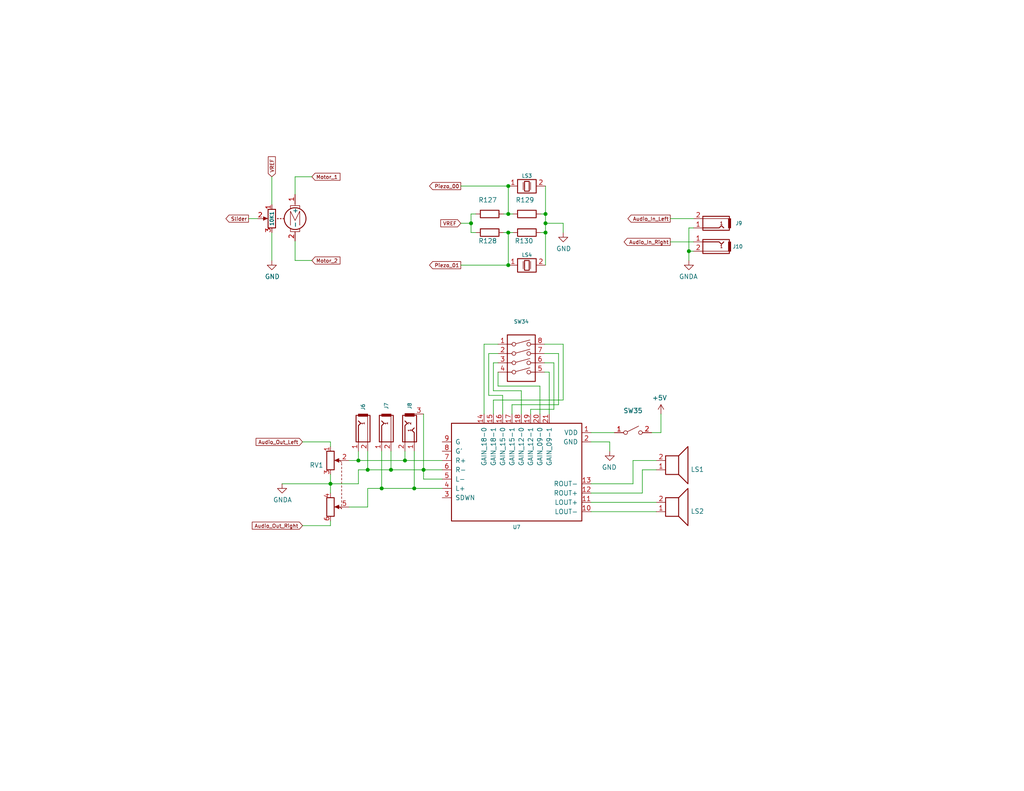
<source format=kicad_sch>
(kicad_sch (version 20211123) (generator eeschema)
  (paper "USLetter")
  (title_block (title "Drum Machine") (date "2018-06-15") (rev "V00") (company "Prototype Engineering Studio LLC"))
  (lib_symbols
    (symbol "Drum_Machine_V00-rescue:Adafruit_Amplifier_Max_98306-Drum_Machine_V01" (pin_names (offset 1.016))
      (property "Reference" "U" (at 12.7 15.24 0))
      (property "Value" "Adafruit_Amplifier_Max_98306-Drum_Machine_V01" (at 0 -13.97 0))
      (symbol "Adafruit_Amplifier_Max_98306-Drum_Machine_V01_0_1"
        (rectangle (start 17.78 -12.7) (end -17.78 13.97) (stroke (width 0.254)))
      )
      (symbol "Adafruit_Amplifier_Max_98306-Drum_Machine_V01_1_1"
        (pin input line (at 20.32 11.43 180) (length 2.54) (name "VDD") (number "1"))
        (pin input line (at 20.32 -10.16 180) (length 2.54) (name "LOUT-") (number "10"))
        (pin input line (at 20.32 -7.62 180) (length 2.54) (name "LOUT+") (number "11"))
        (pin input line (at 20.32 -5.08 180) (length 2.54) (name "ROUT+") (number "12"))
        (pin input line (at 20.32 -2.54 180) (length 2.54) (name "ROUT-") (number "13"))
        (pin input line (at -8.89 16.51 270) (length 2.54) (name "GAIN_18-0") (number "14"))
        (pin input line (at -6.35 16.51 270) (length 2.54) (name "GAIN_18-1") (number "15"))
        (pin input line (at -3.81 16.51 270) (length 2.54) (name "GAIN_15-0") (number "16"))
        (pin input line (at -1.27 16.51 270) (length 2.54) (name "GAIN_15-1") (number "17"))
        (pin input line (at 1.27 16.51 270) (length 2.54) (name "GAIN_12-0") (number "18"))
        (pin input line (at 3.81 16.51 270) (length 2.54) (name "GAIN_12-1") (number "19"))
        (pin input line (at 20.32 8.89 180) (length 2.54) (name "GND") (number "2"))
        (pin input line (at 6.35 16.51 270) (length 2.54) (name "GAIN_09-0") (number "20"))
        (pin input line (at 8.89 16.51 270) (length 2.54) (name "GAIN_09-1") (number "21"))
        (pin input line (at -20.32 -6.35 0) (length 2.54) (name "SDWN") (number "3"))
        (pin input line (at -20.32 -3.81 0) (length 2.54) (name "L+") (number "4"))
        (pin input line (at -20.32 -1.27 0) (length 2.54) (name "L-") (number "5"))
        (pin input line (at -20.32 1.27 0) (length 2.54) (name "R-") (number "6"))
        (pin input line (at -20.32 3.81 0) (length 2.54) (name "R+") (number "7"))
        (pin input line (at -20.32 6.35 0) (length 2.54) (name "G'") (number "8"))
        (pin input line (at -20.32 8.89 0) (length 2.54) (name "G") (number "9"))
      )
    )
    (symbol "Drum_Machine_V00-rescue:Audio-Jack-2-Drum_Machine_V01" (pin_names (offset 1.016))
      (property "Reference" "J" (at 0 3.81 0))
      (property "Value" "Audio-Jack-2-Drum_Machine_V01" (at 1.27 -3.81 0))
      (symbol "Audio-Jack-2-Drum_Machine_V01_1_0"
        (text "1" (at -1.27 0 0) (effects (font (size 0.762 0.762))))
      )
      (symbol "Audio-Jack-2-Drum_Machine_V01_1_1"
        (rectangle (start -3.429 1.905) (end 3.81 -1.905) (stroke (width 0.254)))
        (rectangle (start -3.175 -1.27) (end -3.81 1.27) (fill (type outline)))
        (polyline (pts (xy 3.81 -1.27) (xy -3.81 -1.27)))
        (polyline (pts (xy 3.81 1.27) (xy -0.635 1.27) (xy -1.27 0.635) (xy -1.905 1.27)) (stroke (width 0.254)))
        (pin passive line (at 6.35 1.27 180) (length 2.54) (name "~") (number "1"))
        (pin passive line (at 6.35 -1.27 180) (length 2.54) (name "~") (number "2"))
      )
    )
    (symbol "Drum_Machine_V00-rescue:Audio-Jack-3-Drum_Machine_V01" (pin_names (offset 1.016))
      (property "Reference" "J" (at 0 3.81 0))
      (property "Value" "Audio-Jack-3-Drum_Machine_V01" (at 3.81 -3.81 0))
      (symbol "Audio-Jack-3-Drum_Machine_V01_1_0"
        (text "1" (at 0.635 0 0) (effects (font (size 0.762 0.762))))
        (text "2" (at -1.27 0 0) (effects (font (size 0.762 0.762))))
      )
      (symbol "Audio-Jack-3-Drum_Machine_V01_1_1"
        (rectangle (start -3.429 1.905) (end 3.81 -1.905) (stroke (width 0.254)))
        (rectangle (start -3.175 -1.27) (end -3.937 1.27) (fill (type outline)))
        (polyline (pts (xy 0 -1.27) (xy 0.635 -0.635) (xy 1.27 -1.27) (xy 3.81 -1.27)) (stroke (width 0.254)))
        (polyline (pts (xy 3.81 1.27) (xy -0.635 1.27) (xy -1.27 0.635) (xy -1.905 1.27)) (stroke (width 0.254)))
        (pin passive line (at 6.35 -1.27 180) (length 2.54) (name "~") (number "1"))
        (pin passive line (at 6.35 1.27 180) (length 2.54) (name "~") (number "2"))
        (pin passive line (at -3.81 -3.81 90) (length 2.54) (name "~") (number "3"))
      )
    )
    (symbol "Drum_Machine_V00-rescue:DipSwitch_4-Drum_Machine_V01" (pin_names (offset 1.016))
      (property "Reference" "SW" (at 0 7.62 0))
      (property "Value" "DipSwitch_4-Drum_Machine_V01" (at 0 -7.62 0))
      (symbol "DipSwitch_4-Drum_Machine_V01_1_0"
        (circle (center -2.032 -3.81) (radius 0.508))
        (circle (center -2.032 -1.27) (radius 0.508))
        (circle (center -2.032 1.27) (radius 0.508))
        (circle (center -2.032 3.81) (radius 0.508))
        (polyline (pts (xy -1.524 -3.6576) (xy 2.3622 -2.6162)))
        (polyline (pts (xy -1.524 -1.143) (xy 2.3622 -0.1016)))
        (polyline (pts (xy -1.524 1.397) (xy 2.3622 2.4384)))
        (polyline (pts (xy -1.524 3.937) (xy 2.3622 4.9784)))
        (circle (center 2.032 -3.81) (radius 0.508))
        (circle (center 2.032 -1.27) (radius 0.508))
        (circle (center 2.032 1.27) (radius 0.508))
        (circle (center 2.032 3.81) (radius 0.508))
      )
      (symbol "DipSwitch_4-Drum_Machine_V01_1_1"
        (rectangle (start -3.81 6.35) (end 3.81 -6.35) (stroke (width 0.254)))
        (polyline (pts (xy -3.81 -3.81) (xy -2.54 -3.81)) (stroke (width 0.1778)))
        (polyline (pts (xy -3.81 -1.27) (xy -2.54 -1.27)) (stroke (width 0.1778)))
        (polyline (pts (xy -3.81 1.27) (xy -2.54 1.27)) (stroke (width 0.1778)))
        (polyline (pts (xy -3.81 3.81) (xy -2.54 3.81)) (stroke (width 0.1778)))
        (polyline (pts (xy 2.54 -3.81) (xy 3.81 -3.81)) (stroke (width 0.1778)))
        (polyline (pts (xy 2.54 -1.27) (xy 3.81 -1.27)) (stroke (width 0.1778)))
        (polyline (pts (xy 2.54 1.27) (xy 3.81 1.27)) (stroke (width 0.1778)))
        (polyline (pts (xy 2.54 3.81) (xy 3.81 3.81)) (stroke (width 0.1778)))
        (pin passive line (at -6.35 3.81 0) (length 2.4892) (name "~") (number "1"))
        (pin passive line (at -6.35 1.27 0) (length 2.4892) (name "~") (number "2"))
        (pin passive line (at -6.35 -1.27 0) (length 2.4892) (name "~") (number "3"))
        (pin passive line (at -6.35 -3.81 0) (length 2.4892) (name "~") (number "4"))
        (pin passive line (at 6.35 -3.81 180) (length 2.4892) (name "~") (number "5"))
        (pin passive line (at 6.35 -1.27 180) (length 2.4892) (name "~") (number "6"))
        (pin passive line (at 6.35 1.27 180) (length 2.4892) (name "~") (number "7"))
        (pin passive line (at 6.35 3.81 180) (length 2.4892) (name "~") (number "8"))
      )
    )
    (symbol "Drum_Machine_V00-rescue:Motorized_Potentiometer-Drum_Machine_V01" (pin_names (offset 1.016))
      (property "Reference" "R" (at 0 -13.716 0))
      (property "Value" "Motorized_Potentiometer-Drum_Machine_V01" (at 0.762 8.636 0))
      (symbol "Motorized_Potentiometer-Drum_Machine_V01_0_1"
        (polyline (pts (xy 0 -0.762) (xy 0 -1.016)) (stroke (width 0.254)))
        (polyline (pts (xy 0 0) (xy 0 -0.254)) (stroke (width 0.254)))
      )
      (symbol "Motorized_Potentiometer-Drum_Machine_V01_1_0"
        (polyline (pts (xy -2.794 5.08) (xy -3.556 5.08) (xy -3.556 2.54) (xy -2.794 2.54)))
        (polyline (pts (xy 2.794 5.08) (xy 3.556 5.08) (xy 3.556 2.54) (xy 2.794 2.54)))
        (polyline (pts (xy -1.778 5.08) (xy 2.032 5.08) (xy -0.508 3.81) (xy 2.032 2.54) (xy -1.778 2.54)))
        (circle (center 0 3.81) (radius 2.9718) (stroke (width 0.254)))
      )
      (symbol "Motorized_Potentiometer-Drum_Machine_V01_1_1"
        (polyline (pts (xy 0 -5.08) (xy 0 -4.064)))
        (polyline (pts (xy 0 0.762) (xy 0 0.508)) (stroke (width 0.254)))
        (polyline (pts (xy 3.556 3.81) (xy 4.064 3.81)))
        (polyline (pts (xy 0 -3.683) (xy 0.508 -4.826) (xy -0.508 -4.826)) (fill (type outline)))
        (rectangle (start 2.54 -3.556) (end -2.54 -1.524) (stroke (width 0.254)))
        (pin passive line (at 6.604 3.81 180) (length 2.54) (name "+") (number "1"))
        (pin passive line (at 3.81 -2.54 180) (length 1.27) (name "~") (number "1"))
        (pin passive line (at -6.096 3.81 0) (length 2.54) (name "-") (number "2"))
        (pin passive line (at 0 -6.35 90) (length 1.27) (name "~") (number "2"))
        (pin passive line (at -3.81 -2.54 0) (length 1.27) (name "~") (number "3"))
      )
    )
    (symbol "Drum_Machine_V00-rescue:POT_Dual-device" (pin_names (offset 1.016) hide)
      (property "Reference" "RV" (at 0 3.81 0))
      (property "Value" "POT_Dual-device" (at 0 1.905 0))
      (symbol "POT_Dual-device_0_1"
        (rectangle (start -8.89 -1.524) (end -3.81 -3.556) (stroke (width 0.254)))
        (polyline (pts (xy -6.35 0) (xy -6.35 -1.016)))
        (polyline (pts (xy -6.35 0) (xy -6.35 -1.016)))
        (polyline (pts (xy -6.35 0) (xy -5.842 0.508)))
        (polyline (pts (xy -5.588 0.508) (xy -5.08 0.508)))
        (polyline (pts (xy -4.572 0.508) (xy -4.064 0.508)))
        (polyline (pts (xy -3.556 0.508) (xy -3.048 0.508)))
        (polyline (pts (xy -2.54 0.508) (xy -2.032 0.508)))
        (polyline (pts (xy -1.524 0.508) (xy -1.016 0.508)))
        (polyline (pts (xy -0.508 0.508) (xy 0 0.508)))
        (polyline (pts (xy 0.508 0.508) (xy 1.016 0.508)))
        (polyline (pts (xy 1.524 0.508) (xy 2.032 0.508)))
        (polyline (pts (xy 2.54 0.508) (xy 3.048 0.508)))
        (polyline (pts (xy 3.556 0.508) (xy 4.064 0.508)))
        (polyline (pts (xy 4.572 0.508) (xy 5.08 0.508)))
        (polyline (pts (xy 5.588 0.508) (xy 6.096 0.508)))
        (polyline (pts (xy 6.35 0) (xy 6.35 -1.016)))
        (polyline (pts (xy 6.35 0) (xy 6.35 -1.016)))
        (polyline (pts (xy -6.35 -1.397) (xy -6.858 -0.254) (xy -5.842 -0.254)) (fill (type outline)))
        (polyline (pts (xy -6.35 -1.397) (xy -6.858 -0.254) (xy -5.842 -0.254)) (fill (type outline)))
        (polyline (pts (xy 6.35 -1.397) (xy 5.842 -0.254) (xy 6.858 -0.254)) (fill (type outline)))
        (polyline (pts (xy 6.35 -1.397) (xy 5.842 -0.254) (xy 6.858 -0.254)) (fill (type outline)))
        (polyline (pts (xy 6.604 0.508) (xy 6.858 0.508) (xy 6.35 0)))
        (rectangle (start 3.81 -1.524) (end 8.89 -3.556) (stroke (width 0.254)))
      )
      (symbol "POT_Dual-device_1_1"
        (pin passive line (at -10.16 -2.54 0) (length 1.27) (name "1") (number "1"))
        (pin passive line (at -6.35 2.54 270) (length 2.54) (name "2") (number "2"))
        (pin passive line (at -2.54 -2.54 180) (length 1.27) (name "3") (number "3"))
        (pin passive line (at 2.54 -2.54 0) (length 1.27) (name "4") (number "4"))
        (pin passive line (at 6.35 2.54 270) (length 2.54) (name "5") (number "5"))
        (pin passive line (at 10.16 -2.54 180) (length 1.27) (name "6") (number "6"))
      )
    )
    (symbol "Drum_Machine_V00-rescue:Piezo-Drum_Machine_V01" (pin_names (offset 1.016))
      (property "Reference" "LS" (at 0 3.81 0))
      (property "Value" "Piezo-Drum_Machine_V01" (at -0.127 -3.937 0))
      (symbol "Piezo-Drum_Machine_V01_1_0"
        (rectangle (start -2.54 -1.905) (end 2.54 1.778) (stroke (width 0.254)))
        (rectangle (start -0.635 -1.397) (end 0.635 1.27) (stroke (width 0.254)))
        (polyline (pts (xy -1.016 -1.016) (xy -1.016 1.016)))
        (polyline (pts (xy -0.635 -0.254) (xy -0.635 0.508)))
        (polyline (pts (xy 1.016 -1.016) (xy 1.016 1.016)))
      )
      (symbol "Piezo-Drum_Machine_V01_1_1"
        (pin input line (at -5.08 0 0) (length 2.54) (name "~") (number "1"))
        (pin input line (at 5.08 0 180) (length 2.54) (name "~") (number "2"))
      )
    )
    (symbol "Drum_Machine_V00-rescue:R-device" (pin_numbers hide) (pin_names (offset 0))
      (property "Reference" "R" (at 2.032 0 90))
      (property "Value" "R-device" (at 0 0 90))
      (symbol "R-device_0_1"
        (rectangle (start -1.016 -2.54) (end 1.016 2.54) (stroke (width 0.254)))
      )
      (symbol "R-device_1_1"
        (pin passive line (at 0 3.81 270) (length 1.27) (name "~") (number "1"))
        (pin passive line (at 0 -3.81 90) (length 1.27) (name "~") (number "2"))
      )
    )
    (symbol "Drum_Machine_V00-rescue:SW_SPST-switches" (pin_names (offset 0) hide)
      (property "Reference" "SW" (at 0 3.175 0))
      (property "Value" "SW_SPST-switches" (at 0 -2.54 0))
      (symbol "SW_SPST-switches_0_0"
        (circle (center -2.032 0) (radius 0.508))
        (polyline (pts (xy -1.524 0.254) (xy 1.524 1.778)))
        (circle (center 2.032 0) (radius 0.508))
      )
      (symbol "SW_SPST-switches_1_1"
        (pin passive line (at -5.08 0 0) (length 2.54) (name "A") (number "1"))
        (pin passive line (at 5.08 0 180) (length 2.54) (name "B") (number "2"))
      )
    )
    (symbol "Drum_Machine_V00-rescue:Speaker-device" (pin_names (offset 0) hide)
      (property "Reference" "LS" (at 1.27 5.715 0))
      (property "Value" "Speaker-device" (at 1.27 3.81 0))
      (symbol "Speaker-device_0_0"
        (rectangle (start -2.54 1.27) (end 1.016 -3.81) (stroke (width 0.254)))
        (polyline (pts (xy 1.016 1.27) (xy 3.556 3.81) (xy 3.556 -6.35) (xy 1.016 -3.81)) (stroke (width 0.254)))
      )
      (symbol "Speaker-device_1_1"
        (pin input line (at -5.08 0 0) (length 2.54) (name "1") (number "1"))
        (pin input line (at -5.08 -2.54 0) (length 2.54) (name "2") (number "2"))
      )
    )
    (symbol "power:+5V" (power) (pin_names (offset 0))
      (property "Value" "+5V" (at 0 3.556 0))
      (symbol "+5V_0_1"
        (polyline (pts (xy -0.762 1.27) (xy 0 2.54)))
        (polyline (pts (xy 0 0) (xy 0 2.54)))
        (polyline (pts (xy 0 2.54) (xy 0.762 1.27)))
      )
      (symbol "+5V_1_1"
        (pin power_in line (at 0 0 90) (length 0) hide (name "+5V") (number "1"))
      )
    )
    (symbol "power:GND" (power) (pin_names (offset 0))
      (property "Value" "GND" (at 0 -3.81 0))
      (symbol "GND_0_1"
        (polyline (pts (xy 0 0) (xy 0 -1.27) (xy 1.27 -1.27) (xy 0 -2.54) (xy -1.27 -1.27) (xy 0 -1.27)))
      )
      (symbol "GND_1_1"
        (pin power_in line (at 0 0 270) (length 0) hide (name "GND") (number "1"))
      )
    )
    (symbol "power:GNDA" (power) (pin_names (offset 0))
      (property "Value" "GNDA" (at 0 -3.81 0))
      (symbol "GNDA_0_1"
        (polyline (pts (xy 0 0) (xy 0 -1.27) (xy 1.27 -1.27) (xy 0 -2.54) (xy -1.27 -1.27) (xy 0 -1.27)))
      )
      (symbol "GNDA_1_1"
        (pin power_in line (at 0 0 270) (length 0) hide (name "GNDA") (number "1"))
      )
    )
  )
  (junction (at 106.68 128.27))
  (junction (at 138.684 63.5))
  (junction (at 113.03 133.35))
  (junction (at 97.79 125.73))
  (junction (at 128.524 60.96))
  (junction (at 187.96 68.58))
  (junction (at 148.844 60.96))
  (junction (at 100.33 128.27))
  (junction (at 138.684 50.8))
  (junction (at 104.14 133.35))
  (junction (at 90.17 132.08))
  (junction (at 148.844 63.5))
  (junction (at 138.684 58.42))
  (junction (at 110.49 125.73))
  (junction (at 148.844 58.42))
  (junction (at 115.57 128.27))
  (junction (at 138.684 72.39))
  (wire (pts (xy 133.35 96.52) (xy 135.89 96.52)))
  (wire (pts (xy 104.14 123.19) (xy 104.14 133.35)))
  (wire (pts (xy 137.16 113.03) (xy 137.16 107.95)))
  (wire (pts (xy 110.49 125.73) (xy 120.65 125.73)))
  (wire (pts (xy 147.574 63.5) (xy 148.844 63.5)))
  (wire (pts (xy 80.518 71.12) (xy 80.518 65.786)))
  (wire (pts (xy 147.32 105.41) (xy 135.89 105.41)))
  (wire (pts (xy 90.17 142.24) (xy 90.17 143.51)))
  (wire (pts (xy 137.16 107.95) (xy 133.35 107.95)))
  (wire (pts (xy 148.844 63.5) (xy 148.844 72.39)))
  (wire (pts (xy 153.67 60.96) (xy 148.844 60.96)))
  (wire (pts (xy 113.03 123.19) (xy 113.03 133.35)))
  (wire (pts (xy 166.37 120.65) (xy 161.29 120.65)))
  (wire (pts (xy 85.09 48.26) (xy 80.518 48.26)))
  (wire (pts (xy 90.17 132.08) (xy 90.17 129.54)))
  (wire (pts (xy 90.17 120.65) (xy 82.55 120.65)))
  (wire (pts (xy 148.844 60.96) (xy 148.844 63.5)))
  (wire (pts (xy 137.414 63.5) (xy 138.684 63.5)))
  (wire (pts (xy 115.57 128.27) (xy 115.57 130.81)))
  (wire (pts (xy 172.72 125.73) (xy 172.72 132.08)))
  (wire (pts (xy 70.358 59.69) (xy 67.818 59.69)))
  (wire (pts (xy 144.78 111.76) (xy 151.13 111.76)))
  (wire (pts (xy 187.96 68.58) (xy 189.23 68.58)))
  (wire (pts (xy 138.684 63.5) (xy 139.954 63.5)))
  (wire (pts (xy 135.89 105.41) (xy 135.89 101.6)))
  (wire (pts (xy 189.23 62.23) (xy 187.96 62.23)))
  (wire (pts (xy 97.79 123.19) (xy 97.79 125.73)))
  (wire (pts (xy 172.72 125.73) (xy 179.07 125.73)))
  (wire (pts (xy 153.67 93.98) (xy 148.59 93.98)))
  (wire (pts (xy 120.65 128.27) (xy 115.57 128.27)))
  (wire (pts (xy 149.86 113.03) (xy 149.86 101.6)))
  (wire (pts (xy 115.57 113.03) (xy 115.57 128.27)))
  (wire (pts (xy 153.67 63.5) (xy 153.67 60.96)))
  (wire (pts (xy 95.25 138.43) (xy 100.33 138.43)))
  (wire (pts (xy 100.33 138.43) (xy 100.33 133.35)))
  (wire (pts (xy 90.17 132.08) (xy 97.79 132.08)))
  (wire (pts (xy 110.49 123.19) (xy 110.49 125.73)))
  (wire (pts (xy 177.8 118.11) (xy 180.34 118.11)))
  (wire (pts (xy 85.09 71.12) (xy 80.518 71.12)))
  (wire (pts (xy 149.86 101.6) (xy 148.59 101.6)))
  (wire (pts (xy 104.14 133.35) (xy 113.03 133.35)))
  (wire (pts (xy 90.17 134.62) (xy 90.17 132.08)))
  (wire (pts (xy 76.962 132.08) (xy 90.17 132.08)))
  (wire (pts (xy 148.844 58.42) (xy 148.844 60.96)))
  (wire (pts (xy 95.25 125.73) (xy 97.79 125.73)))
  (wire (pts (xy 144.78 113.03) (xy 144.78 111.76)))
  (wire (pts (xy 74.168 63.5) (xy 74.168 71.12)))
  (wire (pts (xy 187.96 68.58) (xy 187.96 71.12)))
  (wire (pts (xy 100.33 128.27) (xy 106.68 128.27)))
  (wire (pts (xy 175.26 128.27) (xy 179.07 128.27)))
  (wire (pts (xy 142.24 113.03) (xy 142.24 106.68)))
  (wire (pts (xy 100.33 133.35) (xy 104.14 133.35)))
  (wire (pts (xy 151.13 111.76) (xy 151.13 99.06)))
  (wire (pts (xy 138.684 58.42) (xy 137.414 58.42)))
  (wire (pts (xy 128.524 60.96) (xy 128.524 63.5)))
  (wire (pts (xy 128.524 58.42) (xy 128.524 60.96)))
  (wire (pts (xy 175.26 128.27) (xy 175.26 134.62)))
  (wire (pts (xy 138.684 72.39) (xy 125.73 72.39)))
  (wire (pts (xy 97.79 132.08) (xy 97.79 128.27)))
  (wire (pts (xy 134.62 113.03) (xy 134.62 109.22)))
  (wire (pts (xy 189.23 59.69) (xy 182.88 59.69)))
  (wire (pts (xy 153.67 109.22) (xy 153.67 93.98)))
  (wire (pts (xy 128.524 63.5) (xy 129.794 63.5)))
  (wire (pts (xy 90.17 121.92) (xy 90.17 120.65)))
  (wire (pts (xy 138.684 72.39) (xy 138.684 63.5)))
  (wire (pts (xy 138.684 50.8) (xy 138.684 58.42)))
  (wire (pts (xy 139.7 113.03) (xy 139.7 110.49)))
  (wire (pts (xy 134.62 99.06) (xy 135.89 99.06)))
  (wire (pts (xy 161.29 137.16) (xy 179.07 137.16)))
  (wire (pts (xy 161.29 134.62) (xy 175.26 134.62)))
  (wire (pts (xy 120.65 130.81) (xy 115.57 130.81)))
  (wire (pts (xy 106.68 128.27) (xy 106.68 123.19)))
  (wire (pts (xy 138.684 50.8) (xy 125.73 50.8)))
  (wire (pts (xy 133.35 107.95) (xy 133.35 96.52)))
  (wire (pts (xy 147.32 113.03) (xy 147.32 105.41)))
  (wire (pts (xy 74.168 48.26) (xy 74.168 55.88)))
  (wire (pts (xy 113.03 133.35) (xy 120.65 133.35)))
  (wire (pts (xy 100.33 128.27) (xy 97.79 128.27)))
  (wire (pts (xy 161.29 132.08) (xy 172.72 132.08)))
  (wire (pts (xy 139.954 58.42) (xy 138.684 58.42)))
  (wire (pts (xy 132.08 93.98) (xy 135.89 93.98)))
  (wire (pts (xy 151.13 99.06) (xy 148.59 99.06)))
  (wire (pts (xy 147.574 58.42) (xy 148.844 58.42)))
  (wire (pts (xy 189.23 66.04) (xy 182.88 66.04)))
  (wire (pts (xy 106.68 128.27) (xy 115.57 128.27)))
  (wire (pts (xy 139.7 110.49) (xy 152.4 110.49)))
  (wire (pts (xy 134.62 109.22) (xy 153.67 109.22)))
  (wire (pts (xy 100.33 123.19) (xy 100.33 128.27)))
  (wire (pts (xy 180.34 113.03) (xy 180.34 118.11)))
  (wire (pts (xy 148.844 50.8) (xy 148.844 58.42)))
  (wire (pts (xy 80.518 53.086) (xy 80.518 48.26)))
  (wire (pts (xy 142.24 106.68) (xy 134.62 106.68)))
  (wire (pts (xy 187.96 62.23) (xy 187.96 68.58)))
  (wire (pts (xy 161.29 118.11) (xy 167.64 118.11)))
  (wire (pts (xy 152.4 96.52) (xy 148.59 96.52)))
  (wire (pts (xy 152.4 110.49) (xy 152.4 96.52)))
  (wire (pts (xy 110.49 125.73) (xy 97.79 125.73)))
  (wire (pts (xy 161.29 139.7) (xy 179.07 139.7)))
  (wire (pts (xy 134.62 106.68) (xy 134.62 99.06)))
  (wire (pts (xy 90.17 143.51) (xy 82.55 143.51)))
  (wire (pts (xy 128.524 60.96) (xy 125.73 60.96)))
  (wire (pts (xy 132.08 113.03) (xy 132.08 93.98)))
  (wire (pts (xy 166.37 120.65) (xy 166.37 123.19)))
  (wire (pts (xy 129.794 58.42) (xy 128.524 58.42)))
  (global_label "VREF" (shape input) (at 125.73 60.96 180) (effects (font (size 0.9906 0.9906))) (property "Intersheet References" "${INTERSHEET_REFS}" (effects hide)))
  (global_label "VREF" (shape input) (at 74.168 48.26 90) (effects (font (size 0.9906 0.9906))) (property "Intersheet References" "${INTERSHEET_REFS}" (effects hide)))
  (global_label "Piezo_00" (shape output) (at 125.73 50.8 180) (effects (font (size 0.9906 0.9906))) (property "Intersheet References" "${INTERSHEET_REFS}" (effects hide)))
  (global_label "Audio_Out_Left" (shape input) (at 82.55 120.65 180) (effects (font (size 0.9906 0.9906))) (property "Intersheet References" "${INTERSHEET_REFS}" (effects hide)))
  (global_label "Audio_Out_Right" (shape input) (at 82.55 143.51 180) (effects (font (size 0.9906 0.9906))) (property "Intersheet References" "${INTERSHEET_REFS}" (effects hide)))
  (global_label "Piezo_01" (shape output) (at 125.73 72.39 180) (effects (font (size 0.9906 0.9906))) (property "Intersheet References" "${INTERSHEET_REFS}" (effects hide)))
  (global_label "Slider" (shape output) (at 67.818 59.69 180) (effects (font (size 0.9906 0.9906))) (property "Intersheet References" "${INTERSHEET_REFS}" (effects hide)))
  (global_label "Motor_1" (shape input) (at 85.09 48.26 0) (effects (font (size 0.9906 0.9906))) (property "Intersheet References" "${INTERSHEET_REFS}" (effects hide)))
  (global_label "Audio_In_Right" (shape output) (at 182.88 66.04 180) (effects (font (size 0.9906 0.9906))) (property "Intersheet References" "${INTERSHEET_REFS}" (effects hide)))
  (global_label "Motor_2" (shape input) (at 85.09 71.12 0) (effects (font (size 0.9906 0.9906))) (property "Intersheet References" "${INTERSHEET_REFS}" (effects hide)))
  (global_label "Audio_In_Left" (shape output) (at 182.88 59.69 180) (effects (font (size 0.9906 0.9906))) (property "Intersheet References" "${INTERSHEET_REFS}" (effects hide)))
  (symbol (lib_id "Drum_Machine_V00-rescue:Motorized_Potentiometer-Drum_Machine_V01") (at 76.708 59.69 270) (mirror x) (unit 1)
    (property "Reference" "10K1" (at 74.168 59.69 0) (effects (font (size 0.9906 0.9906))))
  )
  (symbol (lib_id "Drum_Machine_V00-rescue:Piezo-Drum_Machine_V01") (at 143.764 50.8 0) (unit 1)
    (property "Reference" "LS3" (at 143.764 48.006 0) (effects (font (size 0.9906 0.9906))))
  )
  (symbol (lib_id "Drum_Machine_V00-rescue:Piezo-Drum_Machine_V01") (at 143.764 72.39 0) (unit 1)
    (property "Reference" "LS4" (at 143.764 69.596 0) (effects (font (size 0.9906 0.9906))))
  )
  (symbol (lib_id "Drum_Machine_V00-rescue:R-device") (at 133.604 58.42 90) (unit 1)
    (property "Reference" "R127" (at 135.636 54.61 90) (effects (justify left)))
  )
  (symbol (lib_id "Drum_Machine_V00-rescue:R-device") (at 133.604 63.5 90) (unit 1)
    (property "Reference" "R128" (at 135.636 65.786 90) (effects (justify left)))
  )
  (symbol (lib_id "Drum_Machine_V00-rescue:R-device") (at 143.764 58.42 90) (unit 1)
    (property "Reference" "R129" (at 145.796 54.61 90) (effects (justify left)))
  )
  (symbol (lib_id "Drum_Machine_V00-rescue:R-device") (at 143.764 63.5 90) (unit 1)
    (property "Reference" "R130" (at 145.542 65.786 90) (effects (justify left)))
  )
  (symbol (lib_id "Drum_Machine_V00-rescue:POT_Dual-device") (at 92.71 132.08 270) (unit 1)
    (property "Reference" "RV1" (at 86.36 127 90))
  )
  (symbol (lib_id "power:GND") (at 166.37 123.19 0) (mirror y) (unit 1)
    (property "Reference" "#PWR0114" (effects hide))
  )
  (symbol (lib_id "power:+5V") (at 180.34 113.03 0) (mirror y) (unit 1)
    (property "Reference" "#PWR0115" (effects hide))
  )
  (symbol (lib_id "Drum_Machine_V00-rescue:Speaker-device") (at 184.15 139.7 0) (mirror x) (unit 1)
    (property "Reference" "LS2" (at 188.4426 139.5984 0) (effects (justify left)))
  )
  (symbol (lib_id "Drum_Machine_V00-rescue:Speaker-device") (at 184.15 128.27 0) (mirror x) (unit 1)
    (property "Reference" "LS1" (at 188.4426 128.1684 0) (effects (justify left)))
  )
  (symbol (lib_id "Drum_Machine_V00-rescue:Audio-Jack-2-Drum_Machine_V01") (at 105.41 116.84 90) (mirror x) (unit 1)
    (property "Reference" "J7" (at 105.41 111.76 0) (effects (font (size 0.9906 0.9906)) (justify right)))
  )
  (symbol (lib_id "Drum_Machine_V00-rescue:Audio-Jack-2-Drum_Machine_V01") (at 99.06 116.84 90) (mirror x) (unit 1)
    (property "Reference" "J6" (at 99.06 111.125 0) (effects (font (size 0.9906 0.9906))))
  )
  (symbol (lib_id "Drum_Machine_V00-rescue:SW_SPST-switches") (at 172.72 118.11 0) (unit 1)
    (property "Reference" "SW35" (at 172.72 112.141 0))
  )
  (symbol (lib_id "Drum_Machine_V00-rescue:Adafruit_Amplifier_Max_98306-Drum_Machine_V01") (at 140.97 129.54 0) (unit 1)
    (property "Reference" "U7" (at 140.97 143.9164 0) (effects (font (size 0.9906 0.9906))))
  )
  (symbol (lib_id "Drum_Machine_V00-rescue:Audio-Jack-3-Drum_Machine_V01") (at 111.76 116.84 90) (mirror x) (unit 1)
    (property "Reference" "J8" (at 111.76 111.76 0) (effects (font (size 0.9906 0.9906)) (justify right)))
  )
  (symbol (lib_id "power:GND") (at 153.67 63.5 0) (unit 1)
    (property "Reference" "#PWR0116" (effects hide))
  )
  (symbol (lib_id "power:GND") (at 74.168 71.12 0) (unit 1)
    (property "Reference" "#PWR0117" (effects hide))
  )
  (symbol (lib_id "power:GNDA") (at 76.962 132.08 0) (unit 1)
    (property "Reference" "#PWR0118" (effects hide))
  )
  (symbol (lib_id "Drum_Machine_V00-rescue:DipSwitch_4-Drum_Machine_V01") (at 142.24 97.79 0) (unit 1)
    (property "Reference" "SW34" (at 142.24 87.8078 0) (effects (font (size 0.9906 0.9906))))
  )
  (symbol (lib_id "Drum_Machine_V00-rescue:Audio-Jack-2-Drum_Machine_V01") (at 195.58 60.96 180) (unit 1)
    (property "Reference" "J9" (at 200.66 60.96 0) (effects (font (size 0.9906 0.9906)) (justify right)))
  )
  (symbol (lib_id "Drum_Machine_V00-rescue:Audio-Jack-2-Drum_Machine_V01") (at 195.58 67.31 0) (mirror y) (unit 1)
    (property "Reference" "J10" (at 201.295 67.31 0) (effects (font (size 0.9906 0.9906))))
  )
  (symbol (lib_id "power:GNDA") (at 187.96 71.12 0) (mirror y) (unit 1)
    (property "Reference" "#PWR0119" (effects hide))
  )
)
</source>
